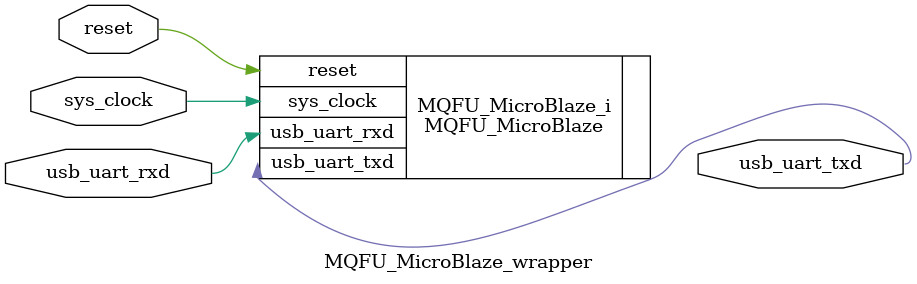
<source format=v>
`timescale 1 ps / 1 ps

module MQFU_MicroBlaze_wrapper
   (reset,
    sys_clock,
    usb_uart_rxd,
    usb_uart_txd);
  input reset;
  input sys_clock;
  input usb_uart_rxd;
  output usb_uart_txd;

  wire reset;
  wire sys_clock;
  wire usb_uart_rxd;
  wire usb_uart_txd;

  MQFU_MicroBlaze MQFU_MicroBlaze_i
       (.reset(reset),
        .sys_clock(sys_clock),
        .usb_uart_rxd(usb_uart_rxd),
        .usb_uart_txd(usb_uart_txd));
endmodule

</source>
